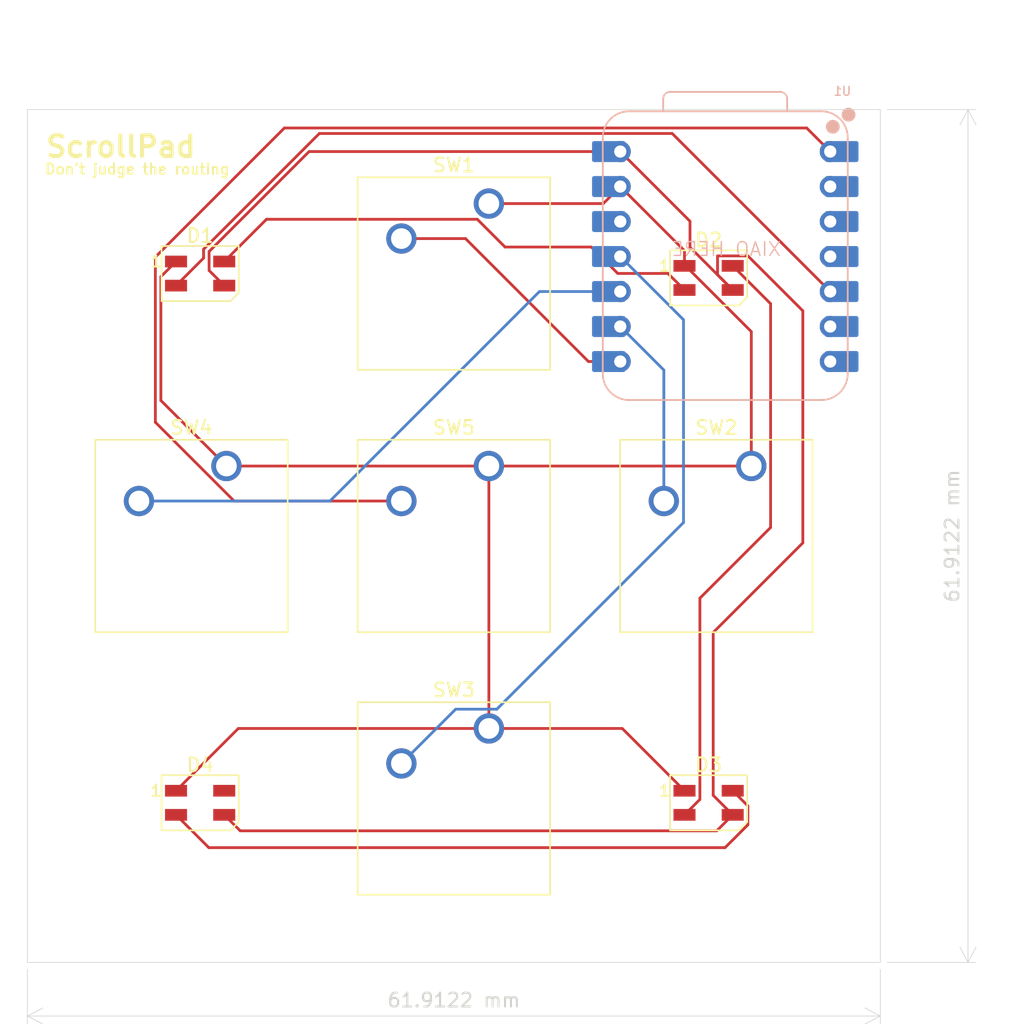
<source format=kicad_pcb>
(kicad_pcb (version 20240108) (generator "pcbnew") (generator_version "8.0")
  (layers (0 "F.Cu" signal) (31 "B.Cu" signal) (34 "B.Paste" user) (35 "F.Paste" user) (36 "B.SilkS" user "B.Silkscreen") (37 "F.SilkS" user "F.Silkscreen") (38 "B.Mask" user) (39 "F.Mask" user) (44 "Edge.Cuts" user))
  (net 0 "")
  (net 1 "GND")
  (net 2 "+5V")
  (net 3 "Net-(U1-GPIO26{slash}ADC0{slash}A0)")
  (net 4 "Net-(D1-DOUT)")
  (net 5 "Net-(D1-DIN)")
  (net 6 "Net-(U1-GPIO1{slash}RX)")
  (net 7 "Net-(U1-GPIO2{slash}SCK)")
  (net 8 "Net-(U1-GPIO3{slash}MOSI)")
  (net 9 "Net-(U1-GPIO4{slash}MISO)")
  (net 10 "Net-(D2-DOUT)")
  (net 17 "Net-(D3-DOUT)")
  (footprint "LED_SMD:LED_SK6812MINI_PLCC4_3.5x3.5mm_P1.75mm" (layer "F.Cu") (at 135.1713 88.4215)
    (property "Reference" "D2" (at 0 -2.75 0) (layer "F.SilkS"))
    (property "Value" "SK6812")
    (fp_line (start -2.8 -2) (end -2.8 2) (stroke (width 0.12)) (layer "F.SilkS"))
    (fp_line (start -2.8 -2) (end 2.8 -2) (stroke (width 0.12)) (layer "F.SilkS"))
    (fp_line (start -2.8 2) (end 2.2 2) (stroke (width 0.12)) (layer "F.SilkS"))
    (fp_line (start 2.8 1.4) (end 2.2 2) (stroke (width 0.12)) (layer "F.SilkS"))
    (fp_line (start 2.8 1.4) (end 2.8 -2) (stroke (width 0.12)) (layer "F.SilkS"))
    (fp_text user "1" (at -3.2 -0.875 0) (layer "F.SilkS") (effects (font (size 0.8 0.8))))
    (pad "1" smd rect (at -1.75 -0.875) (size 1.6 0.85) (layers "F.Cu" "F.Paste" "F.Mask") (net 1 "GND"))
    (pad "2" smd rect (at -1.75 0.875) (size 1.6 0.85) (layers "F.Cu" "F.Paste" "F.Mask") (net 4 "Net-(D1-DOUT)"))
    (pad "3" smd rect (at 1.75 0.875) (size 1.6 0.85) (layers "F.Cu" "F.Paste" "F.Mask") (net 2 "+5V"))
    (pad "4" smd rect (at 1.75 -0.875) (size 1.6 0.85) (layers "F.Cu" "F.Paste" "F.Mask") (net 10 "Net-(D2-DOUT)"))
  )
  (footprint "Button_Switch_Keyboard:SW_Cherry_MX_1.00u_PCB" (layer "F.Cu") (at 119.22125 102.07625)
    (property "Reference" "SW5" (at -2.54 -2.794 0) (layer "F.SilkS"))
    (property "Value" "SW_Push")
    (fp_line (start -9.525 -1.905) (end 4.445 -1.905) (stroke (width 0.12)) (layer "F.SilkS"))
    (fp_line (start -9.525 12.065) (end -9.525 -1.905) (stroke (width 0.12)) (layer "F.SilkS"))
    (fp_line (start 4.445 -1.905) (end 4.445 12.065) (stroke (width 0.12)) (layer "F.SilkS"))
    (fp_line (start 4.445 12.065) (end -9.525 12.065) (stroke (width 0.12)) (layer "F.SilkS"))
    (pad "" np_thru_hole circle (at -7.62 5.08) (size 1.7 1.7) (drill 1.7) (layers "*.Cu" "*.Mask"))
    (pad "" np_thru_hole circle (at -2.54 5.08) (size 4 4) (drill 4) (layers "*.Cu" "*.Mask"))
    (pad "" np_thru_hole circle (at 2.54 5.08) (size 1.7 1.7) (drill 1.7) (layers "*.Cu" "*.Mask"))
    (pad "1" thru_hole circle (at 0 0) (size 2.2 2.2) (drill 1.5) (layers "*.Cu" "*.Mask") (net 1 "GND"))
    (pad "2" thru_hole circle (at -6.35 2.54) (size 2.2 2.2) (drill 1.5) (layers "*.Cu" "*.Mask") (net 3 "Net-(U1-GPIO26{slash}ADC0{slash}A0)"))
  )
  (footprint "LED_SMD:LED_SK6812MINI_PLCC4_3.5x3.5mm_P1.75mm" (layer "F.Cu") (at 98.2625 88.10588)
    (property "Reference" "D1" (at 0 -2.75 0) (layer "F.SilkS"))
    (property "Value" "SK6812")
    (fp_line (start -2.8 -2) (end -2.8 2) (stroke (width 0.12)) (layer "F.SilkS"))
    (fp_line (start -2.8 -2) (end 2.8 -2) (stroke (width 0.12)) (layer "F.SilkS"))
    (fp_line (start -2.8 2) (end 2.2 2) (stroke (width 0.12)) (layer "F.SilkS"))
    (fp_line (start 2.8 1.4) (end 2.2 2) (stroke (width 0.12)) (layer "F.SilkS"))
    (fp_line (start 2.8 1.4) (end 2.8 -2) (stroke (width 0.12)) (layer "F.SilkS"))
    (fp_text user "1" (at -3.2 -0.875 0) (layer "F.SilkS") (effects (font (size 0.8 0.8))))
    (pad "1" smd rect (at -1.75 -0.875) (size 1.6 0.85) (layers "F.Cu" "F.Paste" "F.Mask") (net 1 "GND"))
    (pad "2" smd rect (at -1.75 0.875) (size 1.6 0.85) (layers "F.Cu" "F.Paste" "F.Mask") (net 5 "Net-(D1-DIN)"))
    (pad "3" smd rect (at 1.75 0.875) (size 1.6 0.85) (layers "F.Cu" "F.Paste" "F.Mask") (net 2 "+5V"))
    (pad "4" smd rect (at 1.75 -0.875) (size 1.6 0.85) (layers "F.Cu" "F.Paste" "F.Mask") (net 4 "Net-(D1-DOUT)"))
  )
  (footprint "Button_Switch_Keyboard:SW_Cherry_MX_1.00u_PCB" (layer "F.Cu") (at 100.17125 102.07625)
    (property "Reference" "SW4" (at -2.54 -2.794 0) (layer "F.SilkS"))
    (property "Value" "SW_Push")
    (fp_line (start -9.525 -1.905) (end 4.445 -1.905) (stroke (width 0.12)) (layer "F.SilkS"))
    (fp_line (start -9.525 12.065) (end -9.525 -1.905) (stroke (width 0.12)) (layer "F.SilkS"))
    (fp_line (start 4.445 -1.905) (end 4.445 12.065) (stroke (width 0.12)) (layer "F.SilkS"))
    (fp_line (start 4.445 12.065) (end -9.525 12.065) (stroke (width 0.12)) (layer "F.SilkS"))
    (pad "" np_thru_hole circle (at -7.62 5.08) (size 1.7 1.7) (drill 1.7) (layers "*.Cu" "*.Mask"))
    (pad "" np_thru_hole circle (at -2.54 5.08) (size 4 4) (drill 4) (layers "*.Cu" "*.Mask"))
    (pad "" np_thru_hole circle (at 2.54 5.08) (size 1.7 1.7) (drill 1.7) (layers "*.Cu" "*.Mask"))
    (pad "1" thru_hole circle (at 0 0) (size 2.2 2.2) (drill 1.5) (layers "*.Cu" "*.Mask") (net 1 "GND"))
    (pad "2" thru_hole circle (at -6.35 2.54) (size 2.2 2.2) (drill 1.5) (layers "*.Cu" "*.Mask") (net 9 "Net-(U1-GPIO4{slash}MISO)"))
  )
  (footprint "LED_SMD:LED_SK6812MINI_PLCC4_3.5x3.5mm_P1.75mm" (layer "F.Cu") (at 98.2625 126.52134)
    (property "Reference" "D4" (at 0 -2.75 0) (layer "F.SilkS"))
    (property "Value" "SK6812")
    (fp_line (start -2.8 -2) (end -2.8 2) (stroke (width 0.12)) (layer "F.SilkS"))
    (fp_line (start -2.8 -2) (end 2.8 -2) (stroke (width 0.12)) (layer "F.SilkS"))
    (fp_line (start -2.8 2) (end 2.2 2) (stroke (width 0.12)) (layer "F.SilkS"))
    (fp_line (start 2.8 1.4) (end 2.2 2) (stroke (width 0.12)) (layer "F.SilkS"))
    (fp_line (start 2.8 1.4) (end 2.8 -2) (stroke (width 0.12)) (layer "F.SilkS"))
    (fp_text user "1" (at -3.2 -0.875 0) (layer "F.SilkS") (effects (font (size 0.8 0.8))))
    (pad "1" smd rect (at -1.75 -0.875) (size 1.6 0.85) (layers "F.Cu" "F.Paste" "F.Mask") (net 1 "GND"))
    (pad "2" smd rect (at -1.75 0.875) (size 1.6 0.85) (layers "F.Cu" "F.Paste" "F.Mask") (net 17 "Net-(D3-DOUT)"))
    (pad "3" smd rect (at 1.75 0.875) (size 1.6 0.85) (layers "F.Cu" "F.Paste" "F.Mask") (net 2 "+5V"))
    (pad "4" smd rect (at 1.75 -0.875) (size 1.6 0.85) (layers "F.Cu" "F.Paste" "F.Mask"))
  )
  (footprint "LED_SMD:LED_SK6812MINI_PLCC4_3.5x3.5mm_P1.75mm" (layer "F.Cu") (at 135.1713 126.52134)
    (property "Reference" "D3" (at 0 -2.75 0) (layer "F.SilkS"))
    (property "Value" "SK6812")
    (fp_line (start -2.8 -2) (end -2.8 2) (stroke (width 0.12)) (layer "F.SilkS"))
    (fp_line (start -2.8 -2) (end 2.8 -2) (stroke (width 0.12)) (layer "F.SilkS"))
    (fp_line (start -2.8 2) (end 2.2 2) (stroke (width 0.12)) (layer "F.SilkS"))
    (fp_line (start 2.8 1.4) (end 2.2 2) (stroke (width 0.12)) (layer "F.SilkS"))
    (fp_line (start 2.8 1.4) (end 2.8 -2) (stroke (width 0.12)) (layer "F.SilkS"))
    (fp_text user "1" (at -3.2 -0.875 0) (layer "F.SilkS") (effects (font (size 0.8 0.8))))
    (pad "1" smd rect (at -1.75 -0.875) (size 1.6 0.85) (layers "F.Cu" "F.Paste" "F.Mask") (net 1 "GND"))
    (pad "2" smd rect (at -1.75 0.875) (size 1.6 0.85) (layers "F.Cu" "F.Paste" "F.Mask") (net 10 "Net-(D2-DOUT)"))
    (pad "3" smd rect (at 1.75 0.875) (size 1.6 0.85) (layers "F.Cu" "F.Paste" "F.Mask") (net 2 "+5V"))
    (pad "4" smd rect (at 1.75 -0.875) (size 1.6 0.85) (layers "F.Cu" "F.Paste" "F.Mask") (net 17 "Net-(D3-DOUT)"))
  )
  (footprint "Button_Switch_Keyboard:SW_Cherry_MX_1.00u_PCB" (layer "F.Cu") (at 119.22125 121.12625)
    (property "Reference" "SW3" (at -2.54 -2.794 0) (layer "F.SilkS"))
    (property "Value" "SW_Push")
    (fp_line (start -9.525 -1.905) (end 4.445 -1.905) (stroke (width 0.12)) (layer "F.SilkS"))
    (fp_line (start -9.525 12.065) (end -9.525 -1.905) (stroke (width 0.12)) (layer "F.SilkS"))
    (fp_line (start 4.445 -1.905) (end 4.445 12.065) (stroke (width 0.12)) (layer "F.SilkS"))
    (fp_line (start 4.445 12.065) (end -9.525 12.065) (stroke (width 0.12)) (layer "F.SilkS"))
    (pad "" np_thru_hole circle (at -7.62 5.08) (size 1.7 1.7) (drill 1.7) (layers "*.Cu" "*.Mask"))
    (pad "" np_thru_hole circle (at -2.54 5.08) (size 4 4) (drill 4) (layers "*.Cu" "*.Mask"))
    (pad "" np_thru_hole circle (at 2.54 5.08) (size 1.7 1.7) (drill 1.7) (layers "*.Cu" "*.Mask"))
    (pad "1" thru_hole circle (at 0 0) (size 2.2 2.2) (drill 1.5) (layers "*.Cu" "*.Mask") (net 1 "GND"))
    (pad "2" thru_hole circle (at -6.35 2.54) (size 2.2 2.2) (drill 1.5) (layers "*.Cu" "*.Mask") (net 8 "Net-(U1-GPIO3{slash}MOSI)"))
  )
  (footprint "Button_Switch_Keyboard:SW_Cherry_MX_1.00u_PCB" (layer "F.Cu") (at 119.22125 83.02625)
    (property "Reference" "SW1" (at -2.54 -2.794 0) (layer "F.SilkS"))
    (property "Value" "SW_Push")
    (fp_line (start -9.525 -1.905) (end 4.445 -1.905) (stroke (width 0.12)) (layer "F.SilkS"))
    (fp_line (start -9.525 12.065) (end -9.525 -1.905) (stroke (width 0.12)) (layer "F.SilkS"))
    (fp_line (start 4.445 -1.905) (end 4.445 12.065) (stroke (width 0.12)) (layer "F.SilkS"))
    (fp_line (start 4.445 12.065) (end -9.525 12.065) (stroke (width 0.12)) (layer "F.SilkS"))
    (pad "" np_thru_hole circle (at -7.62 5.08) (size 1.7 1.7) (drill 1.7) (layers "*.Cu" "*.Mask"))
    (pad "" np_thru_hole circle (at -2.54 5.08) (size 4 4) (drill 4) (layers "*.Cu" "*.Mask"))
    (pad "" np_thru_hole circle (at 2.54 5.08) (size 1.7 1.7) (drill 1.7) (layers "*.Cu" "*.Mask"))
    (pad "1" thru_hole circle (at 0 0) (size 2.2 2.2) (drill 1.5) (layers "*.Cu" "*.Mask") (net 1 "GND"))
    (pad "2" thru_hole circle (at -6.35 2.54) (size 2.2 2.2) (drill 1.5) (layers "*.Cu" "*.Mask") (net 6 "Net-(U1-GPIO1{slash}RX)"))
  )
  (footprint "Button_Switch_Keyboard:SW_Cherry_MX_1.00u_PCB" (layer "F.Cu") (at 138.27125 102.07625)
    (property "Reference" "SW2" (at -2.54 -2.794 0) (layer "F.SilkS"))
    (property "Value" "SW_Push")
    (fp_line (start -9.525 -1.905) (end 4.445 -1.905) (stroke (width 0.12)) (layer "F.SilkS"))
    (fp_line (start -9.525 12.065) (end -9.525 -1.905) (stroke (width 0.12)) (layer "F.SilkS"))
    (fp_line (start 4.445 -1.905) (end 4.445 12.065) (stroke (width 0.12)) (layer "F.SilkS"))
    (fp_line (start 4.445 12.065) (end -9.525 12.065) (stroke (width 0.12)) (layer "F.SilkS"))
    (pad "" np_thru_hole circle (at -7.62 5.08) (size 1.7 1.7) (drill 1.7) (layers "*.Cu" "*.Mask"))
    (pad "" np_thru_hole circle (at -2.54 5.08) (size 4 4) (drill 4) (layers "*.Cu" "*.Mask"))
    (pad "" np_thru_hole circle (at 2.54 5.08) (size 1.7 1.7) (drill 1.7) (layers "*.Cu" "*.Mask"))
    (pad "1" thru_hole circle (at 0 0) (size 2.2 2.2) (drill 1.5) (layers "*.Cu" "*.Mask") (net 1 "GND"))
    (pad "2" thru_hole circle (at -6.35 2.54) (size 2.2 2.2) (drill 1.5) (layers "*.Cu" "*.Mask") (net 7 "Net-(U1-GPIO2{slash}SCK)"))
  )
  (footprint "OPL:XIAO-RP2040-DIP" (layer "B.Cu") (at 136.38 86.87 180)
    (property "Reference" "U1" (at -8.5 12 0) (layer "B.SilkS") (effects (font (size 0.635 0.635) (thickness 0.1016)) (justify mirror)))
    (property "Value" "XIAO-RP2040-DIP")
    (fp_line (start 8.89 8.636) (end 8.89 -8.509) (stroke (width 0.127)) (layer "B.SilkS"))
    (fp_line (start 6.985 -10.414) (end -6.985 -10.414) (stroke (width 0.127)) (layer "B.SilkS"))
    (fp_line (start 4.504 10.541) (end 4.504 11.451) (stroke (width 0.127)) (layer "B.SilkS"))
    (fp_line (start 4.004 11.951) (end -3.991272 11.951) (stroke (width 0.127)) (layer "B.SilkS"))
    (fp_line (start -4.491272 11.451272) (end -4.495 10.541) (stroke (width 0.127)) (layer "B.SilkS"))
    (fp_line (start -6.985 10.541) (end 6.985 10.541) (stroke (width 0.1)) (layer "B.SilkS"))
    (fp_line (start -6.985 10.541) (end 6.985 10.541) (stroke (width 0.127)) (layer "B.SilkS"))
    (fp_line (start -8.89 8.636) (end -8.89 -8.509) (stroke (width 0.127)) (layer "B.SilkS"))
    (fp_arc (start 8.89 8.636) (mid 8.332038 9.983038) (end 6.985 10.541) (stroke (width 0.127)) (layer "B.SilkS"))
    (fp_arc (start 6.985 -10.414) (mid 8.332038 -9.856038) (end 8.89 -8.509) (stroke (width 0.127)) (layer "B.SilkS"))
    (fp_arc (start 4.504 11.451) (mid 4.357553 11.804553) (end 4.004 11.951) (stroke (width 0.127)) (layer "B.SilkS"))
    (fp_arc (start -3.991272 11.951) (mid -4.344724 11.804644) (end -4.491272 11.451272) (stroke (width 0.127)) (layer "B.SilkS"))
    (fp_arc (start -6.985 10.541) (mid -8.332038 9.983038) (end -8.89 8.636) (stroke (width 0.127)) (layer "B.SilkS"))
    (fp_arc (start -8.89 -8.509) (mid -8.332038 -9.856038) (end -6.985 -10.414) (stroke (width 0.127)) (layer "B.SilkS"))
    (fp_circle (center -7.807 9.42) (end -7.807 9.674) (stroke (width 0.5)) (fill solid) (layer "B.SilkS"))
    (fp_circle (center -8.95 10.3) (end -8.95 10.554) (stroke (width 0.5)) (fill solid) (layer "B.SilkS"))
    (pad "1" smd roundrect (at -8.455 7.62) (size 2.432 1.524) (layers "B.Cu" "B.Mask") (roundrect_rratio 0.1) (net 3 "Net-(U1-GPIO26{slash}ADC0{slash}A0)"))
    (pad "1" thru_hole circle (at -7.62 7.62) (size 1.524 1.524) (drill 0.889) (layers "*.Cu" "*.Mask") (net 3 "Net-(U1-GPIO26{slash}ADC0{slash}A0)"))
    (pad "2" smd roundrect (at -8.455 5.08) (size 2.432 1.524) (layers "B.Cu" "B.Mask") (roundrect_rratio 0.1))
    (pad "2" thru_hole circle (at -7.62 5.08) (size 1.524 1.524) (drill 0.889) (layers "*.Cu" "*.Mask"))
    (pad "3" smd roundrect (at -8.455 2.54) (size 2.432 1.524) (layers "B.Cu" "B.Mask") (roundrect_rratio 0.1))
    (pad "3" thru_hole circle (at -7.62 2.54) (size 1.524 1.524) (drill 0.889) (layers "*.Cu" "*.Mask"))
    (pad "4" smd roundrect (at -8.455 0) (size 2.432 1.524) (layers "B.Cu" "B.Mask") (roundrect_rratio 0.1))
    (pad "4" thru_hole circle (at -7.62 0) (size 1.524 1.524) (drill 0.889) (layers "*.Cu" "*.Mask"))
    (pad "5" smd roundrect (at -8.455 -2.54) (size 2.432 1.524) (layers "B.Cu" "B.Mask") (roundrect_rratio 0.1) (net 5 "Net-(D1-DIN)"))
    (pad "5" thru_hole circle (at -7.62 -2.54) (size 1.524 1.524) (drill 0.889) (layers "*.Cu" "*.Mask") (net 5 "Net-(D1-DIN)"))
    (pad "6" smd roundrect (at -8.455 -5.08) (size 2.432 1.524) (layers "B.Cu" "B.Mask") (roundrect_rratio 0.1))
    (pad "6" thru_hole circle (at -7.62 -5.08) (size 1.524 1.524) (drill 0.889) (layers "*.Cu" "*.Mask"))
    (pad "7" smd roundrect (at -8.455 -7.62) (size 2.432 1.524) (layers "B.Cu" "B.Mask") (roundrect_rratio 0.1))
    (pad "7" thru_hole circle (at -7.62 -7.62) (size 1.524 1.524) (drill 0.889) (layers "*.Cu" "*.Mask"))
    (pad "8" thru_hole circle (at 7.62 -7.62 180) (size 1.524 1.524) (drill 0.889) (layers "*.Cu" "*.Mask") (net 6 "Net-(U1-GPIO1{slash}RX)"))
    (pad "8" smd roundrect (at 8.455 -7.62 180) (size 2.432 1.524) (layers "B.Cu" "B.Mask") (roundrect_rratio 0.1) (net 6 "Net-(U1-GPIO1{slash}RX)"))
    (pad "9" thru_hole circle (at 7.62 -5.08 180) (size 1.524 1.524) (drill 0.889) (layers "*.Cu" "*.Mask") (net 7 "Net-(U1-GPIO2{slash}SCK)"))
    (pad "9" smd roundrect (at 8.455 -5.08 180) (size 2.432 1.524) (layers "B.Cu" "B.Mask") (roundrect_rratio 0.1) (net 7 "Net-(U1-GPIO2{slash}SCK)"))
    (pad "10" thru_hole circle (at 7.62 -2.54 180) (size 1.524 1.524) (drill 0.889) (layers "*.Cu" "*.Mask") (net 9 "Net-(U1-GPIO4{slash}MISO)"))
    (pad "10" smd roundrect (at 8.455 -2.54 180) (size 2.432 1.524) (layers "B.Cu" "B.Mask") (roundrect_rratio 0.1) (net 9 "Net-(U1-GPIO4{slash}MISO)"))
    (pad "11" thru_hole circle (at 7.62 0 180) (size 1.524 1.524) (drill 0.889) (layers "*.Cu" "*.Mask") (net 8 "Net-(U1-GPIO3{slash}MOSI)"))
    (pad "11" smd roundrect (at 8.455 0 180) (size 2.432 1.524) (layers "B.Cu" "B.Mask") (roundrect_rratio 0.1) (net 8 "Net-(U1-GPIO3{slash}MOSI)"))
    (pad "12" thru_hole circle (at 7.62 2.54 180) (size 1.524 1.524) (drill 0.889) (layers "*.Cu" "*.Mask"))
    (pad "12" smd roundrect (at 8.455 2.54 180) (size 2.432 1.524) (layers "B.Cu" "B.Mask") (roundrect_rratio 0.1))
    (pad "13" thru_hole circle (at 7.62 5.08 180) (size 1.524 1.524) (drill 0.889) (layers "*.Cu" "*.Mask") (net 1 "GND"))
    (pad "13" smd roundrect (at 8.455 5.08 180) (size 2.432 1.524) (layers "B.Cu" "B.Mask") (roundrect_rratio 0.1) (net 1 "GND"))
    (pad "14" thru_hole circle (at 7.62 7.62 180) (size 1.524 1.524) (drill 0.889) (layers "*.Cu" "*.Mask") (net 2 "+5V"))
    (pad "14" smd roundrect (at 8.455 7.62 180) (size 2.432 1.524) (layers "B.Cu" "B.Mask") (roundrect_rratio 0.1) (net 2 "+5V"))
  )
  (gr_rect (start 85.72464 76.19968) (end 147.63688 138.11192) (stroke (width 0.05)) (fill none) (layer "Edge.Cuts"))
  (gr_text "XIAO HERE" (at 140.49316 86.91526 0) (layer "B.SilkS") (effects (font (size 1 1) (thickness 0.1)) (justify left bottom mirror)))
  (gr_text "ScrollPad" (at 86.91526 79.77154 0) (layer "F.SilkS") (effects (font (size 1.5 1.5) (thickness 0.3) (bold yes)) (justify left bottom)))
  (gr_text "Don't judge the routing" (at 86.91526 80.96216 0) (layer "F.SilkS") (effects (font (size 0.75 0.75) (thickness 0.15) (bold yes)) (justify left bottom)))
  (dimension (type aligned) (layer "Edge.Cuts") (pts (xy 85.72464 138.11192) (xy 147.63688 138.11192)) (height 3.888079) (gr_text "61.9122 mm" (at 116.68076 140.849999 0) (layer "Edge.Cuts") (effects (font (size 1 1) (thickness 0.15)))) (format (prefix "") (suffix "") (units 3) (units_format 1) (precision 4)) (style (thickness 0.05) (arrow_length 1.27) (text_position_mode 0) (extension_height 0.58642) (extension_offset 0.5) keep_text_aligned))
  (dimension (type aligned) (layer "Edge.Cuts") (pts (xy 147.63688 76.19968) (xy 147.63688 138.11192)) (height -6.36312) (gr_text "61.9122 mm" (at 152.85 107.1558 90) (layer "Edge.Cuts") (effects (font (size 1 1) (thickness 0.15)))) (format (prefix "") (suffix "") (units 3) (units_format 1) (precision 4)) (style (thickness 0.05) (arrow_length 1.27) (text_position_mode 0) (extension_height 0.58642) (extension_offset 0.5) keep_text_aligned))
  (segment (start 127.52375 83.02625) (end 128.76 81.79) (width 0.2) (layer "F.Cu") (net 1))
  (segment (start 128.90121 121.12625) (end 133.4213 125.64634) (width 0.2) (layer "F.Cu") (net 1))
  (segment (start 101.03259 121.12625) (end 119.22125 121.12625) (width 0.2) (layer "F.Cu") (net 1))
  (segment (start 119.22125 102.07625) (end 119.22125 121.12625) (width 0.2) (layer "F.Cu") (net 1))
  (segment (start 133.4213 86.4513) (end 128.76 81.79) (width 0.2) (layer "F.Cu") (net 1))
  (segment (start 95.4125 97.3175) (end 100.17125 102.07625) (width 0.2) (layer "F.Cu") (net 1))
  (segment (start 133.4213 87.5465) (end 133.4963 87.5465) (width 0.2) (layer "F.Cu") (net 1))
  (segment (start 95.4125 88.33088) (end 95.4125 97.3175) (width 0.2) (layer "F.Cu") (net 1))
  (segment (start 138.27125 92.32145) (end 138.27125 102.07625) (width 0.2) (layer "F.Cu") (net 1))
  (segment (start 96.5125 125.64634) (end 101.03259 121.12625) (width 0.2) (layer "F.Cu") (net 1))
  (segment (start 119.22125 83.02625) (end 127.52375 83.02625) (width 0.2) (layer "F.Cu") (net 1))
  (segment (start 133.4963 87.5465) (end 138.27125 92.32145) (width 0.2) (layer "F.Cu") (net 1))
  (segment (start 133.4213 87.5465) (end 133.4213 86.4513) (width 0.2) (layer "F.Cu") (net 1))
  (segment (start 119.22125 121.12625) (end 128.90121 121.12625) (width 0.2) (layer "F.Cu") (net 1))
  (segment (start 96.5125 87.23088) (end 95.4125 88.33088) (width 0.2) (layer "F.Cu") (net 1))
  (segment (start 100.17125 102.07625) (end 138.27125 102.07625) (width 0.2) (layer "F.Cu") (net 1))
  (segment (start 135.50568 125.98072) (end 135.50568 114.158876) (width 0.2) (layer "F.Cu") (net 2))
  (segment (start 100.0125 88.98088) (end 98.9125 87.88088) (width 0.2) (layer "F.Cu") (net 2))
  (segment (start 133.8213 86.1965) (end 133.8213 84.3113) (width 0.2) (layer "F.Cu") (net 2))
  (segment (start 142.01125 107.653306) (end 142.01125 90.81145) (width 0.2) (layer "F.Cu") (net 2))
  (segment (start 138.0213 86.8215) (end 135.8213 86.8215) (width 0.2) (layer "F.Cu") (net 2))
  (segment (start 98.9125 86.50588) (end 106.16838 79.25) (width 0.2) (layer "F.Cu") (net 2))
  (segment (start 136.9213 127.39634) (end 135.50568 125.98072) (width 0.2) (layer "F.Cu") (net 2))
  (segment (start 136.9213 89.2965) (end 133.8213 86.1965) (width 0.2) (layer "F.Cu") (net 2))
  (segment (start 135.50568 114.158876) (end 142.01125 107.653306) (width 0.2) (layer "F.Cu") (net 2))
  (segment (start 136.9213 127.39634) (end 135.76139 128.55625) (width 0.2) (layer "F.Cu") (net 2))
  (segment (start 106.16838 79.25) (end 128.76 79.25) (width 0.2) (layer "F.Cu") (net 2))
  (segment (start 101.17241 128.55625) (end 100.0125 127.39634) (width 0.2) (layer "F.Cu") (net 2))
  (segment (start 142.01125 90.81145) (end 138.0213 86.8215) (width 0.2) (layer "F.Cu") (net 2))
  (segment (start 133.8213 84.3113) (end 128.76 79.25) (width 0.2) (layer "F.Cu") (net 2))
  (segment (start 98.9125 87.88088) (end 98.9125 86.50588) (width 0.2) (layer "F.Cu") (net 2))
  (segment (start 135.8213 88.1965) (end 136.9213 89.2965) (width 0.2) (layer "F.Cu") (net 2))
  (segment (start 135.8213 86.8215) (end 135.8213 88.1965) (width 0.2) (layer "F.Cu") (net 2))
  (segment (start 135.76139 128.55625) (end 101.17241 128.55625) (width 0.2) (layer "F.Cu") (net 2))
  (segment (start 100.731351 104.61625) (end 95.0125 98.897399) (width 0.2) (layer "F.Cu") (net 3))
  (segment (start 104.38038 77.538) (end 142.288 77.538) (width 0.2) (layer "F.Cu") (net 3))
  (segment (start 95.0125 86.90588) (end 104.38038 77.538) (width 0.2) (layer "F.Cu") (net 3))
  (segment (start 112.87125 104.61625) (end 100.731351 104.61625) (width 0.2) (layer "F.Cu") (net 3))
  (segment (start 95.0125 98.897399) (end 95.0125 86.90588) (width 0.2) (layer "F.Cu") (net 3))
  (segment (start 142.288 77.538) (end 144 79.25) (width 0.2) (layer "F.Cu") (net 3))
  (segment (start 128.57908 88.098) (end 132.2228 88.098) (width 0.2) (layer "F.Cu") (net 4))
  (segment (start 103.07713 84.16625) (end 118.381351 84.16625) (width 0.2) (layer "F.Cu") (net 4))
  (segment (start 100.0125 87.23088) (end 103.07713 84.16625) (width 0.2) (layer "F.Cu") (net 4))
  (segment (start 120.395206 86.180105) (end 126.661185 86.180105) (width 0.2) (layer "F.Cu") (net 4))
  (segment (start 118.381351 84.16625) (end 120.395206 86.180105) (width 0.2) (layer "F.Cu") (net 4))
  (segment (start 132.2228 88.098) (end 133.4213 89.2965) (width 0.2) (layer "F.Cu") (net 4))
  (segment (start 126.661185 86.180105) (end 128.57908 88.098) (width 0.2) (layer "F.Cu") (net 4))
  (segment (start 106.914694 77.938) (end 132.528 77.938) (width 0.2) (layer "F.Cu") (net 5))
  (segment (start 132.528 77.938) (end 144 89.41) (width 0.2) (layer "F.Cu") (net 5))
  (segment (start 98.5125 86.340194) (end 106.914694 77.938) (width 0.2) (layer "F.Cu") (net 5))
  (segment (start 96.5125 88.98088) (end 98.5125 86.98088) (width 0.2) (layer "F.Cu") (net 5))
  (segment (start 98.5125 86.98088) (end 98.5125 86.340194) (width 0.2) (layer "F.Cu") (net 5))
  (segment (start 126.447944 94.49) (end 128.76 94.49) (width 0.2) (layer "F.Cu") (net 6))
  (segment (start 117.524194 85.56625) (end 126.447944 94.49) (width 0.2) (layer "F.Cu") (net 6))
  (segment (start 112.87125 85.56625) (end 117.524194 85.56625) (width 0.2) (layer "F.Cu") (net 6))
  (segment (start 131.92125 95.11125) (end 128.76 91.95) (width 0.2) (layer "B.Cu") (net 7))
  (segment (start 131.92125 104.61625) (end 131.92125 95.11125) (width 0.2) (layer "B.Cu") (net 7))
  (segment (start 116.81125 119.72625) (end 119.801149 119.72625) (width 0.2) (layer "B.Cu") (net 8))
  (segment (start 119.801149 119.72625) (end 133.35 106.177399) (width 0.2) (layer "B.Cu") (net 8))
  (segment (start 133.35 91.46) (end 128.76 86.87) (width 0.2) (layer "B.Cu") (net 8))
  (segment (start 133.35 106.177399) (end 133.35 91.46) (width 0.2) (layer "B.Cu") (net 8))
  (segment (start 112.87125 123.66625) (end 116.81125 119.72625) (width 0.2) (layer "B.Cu") (net 8))
  (segment (start 93.82125 104.61625) (end 107.686536 104.61625) (width 0.2) (layer "B.Cu") (net 9))
  (segment (start 107.686536 104.61625) (end 122.892786 89.41) (width 0.2) (layer "B.Cu") (net 9))
  (segment (start 122.892786 89.41) (end 128.76 89.41) (width 0.2) (layer "B.Cu") (net 9))
  (segment (start 134.54006 126.27758) (end 133.4213 127.39634) (width 0.2) (layer "F.Cu") (net 10))
  (segment (start 139.67125 106.539652) (end 134.54006 111.670842) (width 0.2) (layer "F.Cu") (net 10))
  (segment (start 134.54006 111.670842) (end 134.54006 126.27758) (width 0.2) (layer "F.Cu") (net 10))
  (segment (start 139.67125 90.29645) (end 139.67125 106.539652) (width 0.2) (layer "F.Cu") (net 10))
  (segment (start 136.9213 87.5465) (end 139.67125 90.29645) (width 0.2) (layer "F.Cu") (net 10))
  (segment (start 98.89374 129.77758) (end 96.5125 127.39634) (width 0.2) (layer "F.Cu") (net 17))
  (segment (start 138.0213 126.74634) (end 138.0213 128.12134) (width 0.2) (layer "F.Cu") (net 17))
  (segment (start 136.9213 125.64634) (end 138.0213 126.74634) (width 0.2) (layer "F.Cu") (net 17))
  (segment (start 138.0213 128.12134) (end 136.36506 129.77758) (width 0.2) (layer "F.Cu") (net 17))
  (segment (start 136.36506 129.77758) (end 98.89374 129.77758) (width 0.2) (layer "F.Cu") (net 17))
)
</source>
